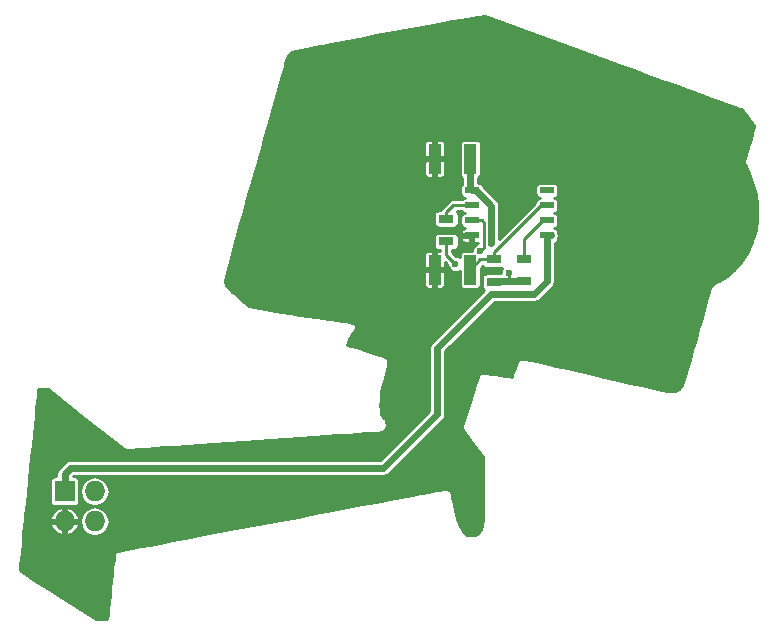
<source format=gbr>
G04 #@! TF.FileFunction,Copper,L2,Bot,Signal*
%FSLAX46Y46*%
G04 Gerber Fmt 4.6, Leading zero omitted, Abs format (unit mm)*
G04 Created by KiCad (PCBNEW 4.0.2+dfsg1-stable) date Wed 11 Jul 2018 10:01:05 PM CDT*
%MOMM*%
G01*
G04 APERTURE LIST*
%ADD10C,0.100000*%
%ADD11R,1.000000X2.500000*%
%ADD12R,1.300000X0.700000*%
%ADD13R,1.143000X0.508000*%
%ADD14R,1.727200X1.727200*%
%ADD15O,1.727200X1.727200*%
%ADD16C,0.600000*%
%ADD17C,0.609600*%
%ADD18C,0.250000*%
%ADD19C,0.254000*%
G04 APERTURE END LIST*
D10*
D11*
X121134000Y-107696000D03*
X118134000Y-107696000D03*
X121158000Y-98298003D03*
X118158000Y-98298003D03*
D12*
X119126002Y-103377998D03*
X119126002Y-105277998D03*
X125730000Y-106746000D03*
X125730000Y-108646000D03*
X123190000Y-108712000D03*
X123190000Y-106812000D03*
D13*
X127635000Y-104775000D03*
X127635000Y-103505000D03*
X127635000Y-102235000D03*
X127635000Y-100965000D03*
X121285000Y-100965000D03*
X121285000Y-102235000D03*
X121285000Y-103505000D03*
X121285000Y-104775000D03*
D14*
X86804500Y-126428500D03*
D15*
X89344500Y-126428500D03*
X86804500Y-128968500D03*
X89344500Y-128968500D03*
D16*
X122936000Y-105410000D03*
X124439770Y-109728000D03*
X119888000Y-107188000D03*
X124417180Y-107950000D03*
X121995048Y-106100101D03*
D17*
X122936000Y-102298500D02*
X122936000Y-105410000D01*
X121285000Y-100965000D02*
X121602500Y-100965000D01*
X121602500Y-100965000D02*
X122936000Y-102298500D01*
X121158000Y-98298003D02*
X121158000Y-100838000D01*
X121158000Y-100838000D02*
X121285000Y-100965000D01*
X127635000Y-104775000D02*
X127635000Y-108649642D01*
X127635000Y-108649642D02*
X126556642Y-109728000D01*
X126556642Y-109728000D02*
X124864034Y-109728000D01*
X124864034Y-109728000D02*
X124439770Y-109728000D01*
X127635000Y-104775000D02*
X127952500Y-104775000D01*
X86804500Y-126428500D02*
X86804500Y-124955300D01*
X86804500Y-124955300D02*
X87299800Y-124460000D01*
X87299800Y-124460000D02*
X113792000Y-124460000D01*
X118364000Y-114300000D02*
X122936000Y-109728000D01*
X113792000Y-124460000D02*
X118364000Y-119888000D01*
X118364000Y-119888000D02*
X118364000Y-114300000D01*
X122936000Y-109728000D02*
X124439770Y-109728000D01*
D18*
X123190000Y-106812000D02*
X122018000Y-106812000D01*
X122018000Y-106812000D02*
X121134000Y-107696000D01*
X123190000Y-106812000D02*
X123190000Y-106212000D01*
X123190000Y-106212000D02*
X127167000Y-102235000D01*
X127167000Y-102235000D02*
X127635000Y-102235000D01*
X119126002Y-105277998D02*
X119126002Y-106426002D01*
X119126002Y-106426002D02*
X119888000Y-107188000D01*
X119126002Y-103377998D02*
X119126002Y-102777998D01*
X119126002Y-102777998D02*
X119669000Y-102235000D01*
X119669000Y-102235000D02*
X120463500Y-102235000D01*
X120463500Y-102235000D02*
X121285000Y-102235000D01*
X125730000Y-106746000D02*
X125730000Y-105092500D01*
X125730000Y-105092500D02*
X127317500Y-103505000D01*
X127317500Y-103505000D02*
X127635000Y-103505000D01*
X124417180Y-108374264D02*
X124417180Y-107950000D01*
X124417180Y-108603180D02*
X124417180Y-108374264D01*
X124460000Y-108646000D02*
X124417180Y-108603180D01*
X121995048Y-106100101D02*
X122295047Y-105800102D01*
X122295047Y-105800102D02*
X122295047Y-103693547D01*
X122295047Y-103693547D02*
X122106500Y-103505000D01*
X122106500Y-103505000D02*
X121285000Y-103505000D01*
D17*
X124460000Y-108646000D02*
X123256000Y-108646000D01*
X125730000Y-108646000D02*
X124460000Y-108646000D01*
X123256000Y-108646000D02*
X123190000Y-108712000D01*
D19*
G36*
X133091257Y-90103371D02*
X133091259Y-90103372D01*
X133710053Y-90328056D01*
X134990817Y-90793194D01*
X134990820Y-90793196D01*
X136225603Y-91241759D01*
X137405005Y-91670326D01*
X137405006Y-91670326D01*
X138519523Y-92075438D01*
X138519527Y-92075439D01*
X139559756Y-92453676D01*
X139559761Y-92453677D01*
X140516214Y-92801584D01*
X140516217Y-92801586D01*
X141379629Y-93115795D01*
X141379632Y-93115795D01*
X142140303Y-93392775D01*
X142140304Y-93392775D01*
X142788990Y-93629161D01*
X142788992Y-93629162D01*
X143316367Y-93821562D01*
X143316369Y-93821562D01*
X143712626Y-93966407D01*
X143967362Y-94059908D01*
X144035434Y-94085298D01*
X144057632Y-94099321D01*
X144206227Y-94239739D01*
X144416485Y-94478640D01*
X144647985Y-94771068D01*
X144869081Y-95076170D01*
X145049881Y-95352965D01*
X145153640Y-95543215D01*
X145159128Y-95562371D01*
X145101551Y-95795378D01*
X145009764Y-96143907D01*
X144893143Y-96571807D01*
X144759824Y-97048232D01*
X144352757Y-98484906D01*
X144347767Y-98547347D01*
X144338614Y-98609306D01*
X144341800Y-98621994D01*
X144340758Y-98635037D01*
X144360042Y-98694632D01*
X144375297Y-98755380D01*
X144738984Y-99523130D01*
X145039767Y-100249525D01*
X145326719Y-101266377D01*
X145469833Y-102291086D01*
X145469466Y-103306058D01*
X145325494Y-104290421D01*
X145033800Y-105238222D01*
X144989158Y-105348482D01*
X144549268Y-106278345D01*
X144062410Y-107047338D01*
X143516165Y-107679529D01*
X142897533Y-108194269D01*
X142174213Y-108618319D01*
X141927780Y-108745111D01*
X141909523Y-108759621D01*
X141888030Y-108768673D01*
X141696894Y-108898030D01*
X141655881Y-108939532D01*
X141611324Y-108977198D01*
X141502440Y-109113886D01*
X141474390Y-109168253D01*
X141442371Y-109220368D01*
X141375035Y-109402239D01*
X141372400Y-109418755D01*
X141364894Y-109433705D01*
X141335124Y-109541726D01*
X141335114Y-109541861D01*
X141335055Y-109541979D01*
X141261898Y-109808138D01*
X141261895Y-109808184D01*
X141261873Y-109808227D01*
X141152904Y-110205045D01*
X141152902Y-110205067D01*
X141152892Y-110205088D01*
X141013039Y-110714606D01*
X141013038Y-110714622D01*
X141013032Y-110714634D01*
X140847223Y-111318892D01*
X140847222Y-111318904D01*
X140847217Y-111318914D01*
X140660381Y-111999953D01*
X140660380Y-111999962D01*
X140660376Y-111999971D01*
X140457440Y-112739834D01*
X140457439Y-112739842D01*
X140457435Y-112739851D01*
X140243342Y-113520537D01*
X140227299Y-113579011D01*
X139968296Y-114513285D01*
X139732933Y-115343784D01*
X139524281Y-116060373D01*
X139345622Y-116652250D01*
X139200728Y-117107230D01*
X139095816Y-117406947D01*
X139043928Y-117524501D01*
X139027397Y-117548303D01*
X138784496Y-117770370D01*
X138477202Y-117917103D01*
X138129132Y-117973769D01*
X138060851Y-117968591D01*
X137826847Y-117933346D01*
X137465186Y-117866644D01*
X136977047Y-117767918D01*
X136359562Y-117636353D01*
X135608434Y-117470956D01*
X134718584Y-117270590D01*
X133684883Y-117034115D01*
X132502673Y-116760506D01*
X131166434Y-116448543D01*
X129670645Y-116097002D01*
X129670644Y-116097002D01*
X129401948Y-116033792D01*
X129401499Y-116033776D01*
X129401087Y-116033590D01*
X128378574Y-115795521D01*
X128377615Y-115795490D01*
X128376738Y-115795098D01*
X127515223Y-115598944D01*
X127513812Y-115598905D01*
X127512520Y-115598339D01*
X126809660Y-115443606D01*
X126807418Y-115443560D01*
X126805355Y-115442684D01*
X126258802Y-115328881D01*
X126254769Y-115328845D01*
X126251026Y-115327345D01*
X125858432Y-115253977D01*
X125849240Y-115254084D01*
X125840554Y-115251068D01*
X125599576Y-115217645D01*
X125560268Y-115219949D01*
X125521229Y-115214816D01*
X125429519Y-115220844D01*
X125383276Y-115233244D01*
X125335740Y-115238846D01*
X125311205Y-115252570D01*
X125284048Y-115259852D01*
X125246074Y-115289001D01*
X125204297Y-115312370D01*
X125186881Y-115334440D01*
X125164579Y-115351559D01*
X125140651Y-115393021D01*
X125110996Y-115430600D01*
X125091664Y-115468493D01*
X125086066Y-115488303D01*
X125075087Y-115505719D01*
X125006166Y-115685478D01*
X125004861Y-115693094D01*
X125001002Y-115699785D01*
X124905966Y-115980244D01*
X124905400Y-115984558D01*
X124903310Y-115988376D01*
X124796693Y-116327564D01*
X124796601Y-116328412D01*
X124796194Y-116329163D01*
X124723946Y-116562546D01*
X124664251Y-116734049D01*
X124502090Y-116701930D01*
X124496446Y-116701935D01*
X124491168Y-116699929D01*
X124118459Y-116637189D01*
X124114987Y-116637292D01*
X124111720Y-116636116D01*
X123697995Y-116573971D01*
X123695224Y-116574102D01*
X123692602Y-116573200D01*
X123272541Y-116516153D01*
X123269705Y-116516327D01*
X123267006Y-116515442D01*
X122875288Y-116468001D01*
X122871477Y-116468291D01*
X122867824Y-116467171D01*
X122539130Y-116433838D01*
X122531825Y-116434536D01*
X122524731Y-116432649D01*
X122293743Y-116417930D01*
X122265123Y-116421751D01*
X122236431Y-116418542D01*
X122137828Y-116426942D01*
X122086940Y-116441649D01*
X122034678Y-116450269D01*
X122015187Y-116462385D01*
X121993139Y-116468757D01*
X121951753Y-116501818D01*
X121906768Y-116529782D01*
X121893397Y-116548435D01*
X121875466Y-116562759D01*
X121849883Y-116609140D01*
X121819023Y-116652191D01*
X121786005Y-116725032D01*
X121782332Y-116740776D01*
X121774032Y-116754649D01*
X121696507Y-116971879D01*
X121695878Y-116976140D01*
X121693750Y-116979882D01*
X121581425Y-117317860D01*
X121581164Y-117319944D01*
X121580144Y-117321783D01*
X121440327Y-117758008D01*
X121440165Y-117759427D01*
X121439480Y-117760683D01*
X121279479Y-118272659D01*
X121279352Y-118273848D01*
X121278786Y-118274901D01*
X121105908Y-118840127D01*
X121105851Y-118840694D01*
X121105583Y-118841196D01*
X120478797Y-120911889D01*
X120476345Y-120936941D01*
X120467456Y-120960493D01*
X120469071Y-121011249D01*
X120464125Y-121061783D01*
X120471446Y-121085866D01*
X120472247Y-121111026D01*
X120493162Y-121157299D01*
X120507931Y-121205881D01*
X120523910Y-121225328D01*
X120534279Y-121248268D01*
X121398355Y-122456410D01*
X122192325Y-123566530D01*
X122231165Y-126051477D01*
X122239913Y-126686980D01*
X122245070Y-127422484D01*
X122241072Y-128019756D01*
X122226660Y-128497656D01*
X122200948Y-128873927D01*
X122163665Y-129167035D01*
X122114944Y-129397913D01*
X122053568Y-129592148D01*
X121974864Y-129778121D01*
X121925890Y-129875476D01*
X121835735Y-130002915D01*
X121759638Y-130054143D01*
X121580366Y-130099665D01*
X121217465Y-130130254D01*
X121142007Y-130133778D01*
X120901863Y-130137447D01*
X120819487Y-130124492D01*
X120776425Y-130100854D01*
X120672529Y-130007203D01*
X120497712Y-129794318D01*
X120262839Y-129363362D01*
X120040286Y-128771674D01*
X119841064Y-128032926D01*
X119672067Y-127157291D01*
X119645226Y-126994630D01*
X119643165Y-126989154D01*
X119643183Y-126983307D01*
X119591495Y-126719316D01*
X119580596Y-126692778D01*
X119576460Y-126664389D01*
X119526111Y-126522513D01*
X119510391Y-126496130D01*
X119501231Y-126466817D01*
X119472204Y-126432043D01*
X119449018Y-126393131D01*
X119424398Y-126374772D01*
X119404717Y-126351195D01*
X119341188Y-126299939D01*
X119277912Y-126266793D01*
X119215330Y-126232360D01*
X119211335Y-126231918D01*
X119207774Y-126230052D01*
X119136634Y-126223644D01*
X119065635Y-126215781D01*
X118974404Y-126223651D01*
X118953447Y-126229732D01*
X118931629Y-126229769D01*
X118849725Y-126246206D01*
X118608305Y-126292874D01*
X118216249Y-126367969D01*
X117683270Y-126469644D01*
X117017849Y-126596291D01*
X117017848Y-126596291D01*
X116229427Y-126746119D01*
X115326460Y-126917524D01*
X115326459Y-126917524D01*
X114318075Y-127108777D01*
X113212867Y-127318244D01*
X113212863Y-127318245D01*
X112019863Y-127544218D01*
X110747765Y-127785044D01*
X109405433Y-128039044D01*
X108001675Y-128304547D01*
X108001672Y-128304548D01*
X106545406Y-128579863D01*
X105045328Y-128863340D01*
X105045318Y-128863344D01*
X103676988Y-129121994D01*
X103676955Y-129122007D01*
X102220464Y-129397598D01*
X102220428Y-129397612D01*
X100817201Y-129663413D01*
X100817163Y-129663428D01*
X99475903Y-129917781D01*
X99475862Y-129917797D01*
X98205269Y-130159041D01*
X98205223Y-130159059D01*
X97014002Y-130385534D01*
X97013951Y-130385554D01*
X95910800Y-130595599D01*
X95910739Y-130595623D01*
X94904357Y-130787578D01*
X94904284Y-130787608D01*
X94904207Y-130787607D01*
X94003371Y-130959812D01*
X94003278Y-130959850D01*
X94003177Y-130959849D01*
X93216526Y-131110644D01*
X93216396Y-131110697D01*
X93216257Y-131110696D01*
X92552494Y-131238422D01*
X92552300Y-131238501D01*
X92552090Y-131238500D01*
X92019917Y-131341494D01*
X92019576Y-131341633D01*
X92019208Y-131341632D01*
X91627329Y-131418236D01*
X91626554Y-131418554D01*
X91625716Y-131418555D01*
X91382834Y-131467108D01*
X91379139Y-131468643D01*
X91375139Y-131468728D01*
X91289955Y-131487569D01*
X91285049Y-131489725D01*
X91280044Y-131489963D01*
X91236676Y-131510392D01*
X91190162Y-131524680D01*
X91172751Y-131539072D01*
X91152071Y-131548159D01*
X91148427Y-131551961D01*
X91143794Y-131554144D01*
X91111366Y-131589811D01*
X91074075Y-131620635D01*
X91074009Y-131620715D01*
X91063444Y-131640649D01*
X91047869Y-131656903D01*
X91045997Y-131661709D01*
X91042477Y-131665581D01*
X91026119Y-131711074D01*
X91003480Y-131753790D01*
X91001334Y-131776396D01*
X90993214Y-131797245D01*
X90993322Y-131802288D01*
X90991517Y-131807307D01*
X90978455Y-131894427D01*
X90978732Y-131900251D01*
X90976922Y-131905797D01*
X90949201Y-132137451D01*
X90949299Y-132138718D01*
X90948914Y-132139924D01*
X90909026Y-132492515D01*
X90909074Y-132493088D01*
X90908900Y-132493639D01*
X90859335Y-132943567D01*
X90859365Y-132943914D01*
X90859261Y-132944246D01*
X90802510Y-133467911D01*
X90802532Y-133468158D01*
X90802457Y-133468398D01*
X90741010Y-134042202D01*
X90741028Y-134042408D01*
X90740967Y-134042605D01*
X90677315Y-134642948D01*
X90677333Y-134643142D01*
X90677276Y-134643324D01*
X90613910Y-135246608D01*
X90613929Y-135246810D01*
X90613869Y-135247003D01*
X90553278Y-135829628D01*
X90553300Y-135829866D01*
X90553229Y-135830097D01*
X90497905Y-136368465D01*
X90497935Y-136368787D01*
X90497840Y-136369099D01*
X90450274Y-136839608D01*
X90450323Y-136840121D01*
X90450174Y-136840613D01*
X90412855Y-137219668D01*
X90412957Y-137220704D01*
X90412660Y-137221702D01*
X90407398Y-137278218D01*
X90378505Y-137278910D01*
X90063511Y-137280618D01*
X89478307Y-137279463D01*
X86211612Y-135203096D01*
X86211610Y-135203094D01*
X85745441Y-134906567D01*
X85036294Y-134454043D01*
X84453050Y-134079122D01*
X83984015Y-133773617D01*
X83617989Y-133529699D01*
X83344756Y-133340320D01*
X83155184Y-133199633D01*
X83042547Y-133105193D01*
X83031645Y-133093724D01*
X83041266Y-132980686D01*
X83072291Y-132648321D01*
X83117209Y-132182349D01*
X83174336Y-131599475D01*
X83242216Y-130913997D01*
X83319320Y-130140931D01*
X83319321Y-130140928D01*
X83404211Y-129294394D01*
X83404211Y-129294393D01*
X83404893Y-129287618D01*
X85601507Y-129287618D01*
X85728195Y-129593501D01*
X86049301Y-129957810D01*
X86485380Y-130171505D01*
X86677500Y-130111365D01*
X86677500Y-129095500D01*
X86931500Y-129095500D01*
X86931500Y-130111365D01*
X87123620Y-130171505D01*
X87559699Y-129957810D01*
X87880805Y-129593501D01*
X88007493Y-129287618D01*
X87946812Y-129095500D01*
X86931500Y-129095500D01*
X86677500Y-129095500D01*
X85662188Y-129095500D01*
X85601507Y-129287618D01*
X83404893Y-129287618D01*
X83437034Y-128968500D01*
X88075517Y-128968500D01*
X88170257Y-129444788D01*
X88440052Y-129848565D01*
X88843829Y-130118360D01*
X89320117Y-130213100D01*
X89368883Y-130213100D01*
X89845171Y-130118360D01*
X90248948Y-129848565D01*
X90518743Y-129444788D01*
X90613483Y-128968500D01*
X90518743Y-128492212D01*
X90248948Y-128088435D01*
X89845171Y-127818640D01*
X89368883Y-127723900D01*
X89320117Y-127723900D01*
X88843829Y-127818640D01*
X88440052Y-128088435D01*
X88170257Y-128492212D01*
X88075517Y-128968500D01*
X83437034Y-128968500D01*
X83469175Y-128649382D01*
X85601507Y-128649382D01*
X85662188Y-128841500D01*
X86677500Y-128841500D01*
X86677500Y-127825635D01*
X86931500Y-127825635D01*
X86931500Y-128841500D01*
X87946812Y-128841500D01*
X88007493Y-128649382D01*
X87880805Y-128343499D01*
X87559699Y-127979190D01*
X87123620Y-127765495D01*
X86931500Y-127825635D01*
X86677500Y-127825635D01*
X86485380Y-127765495D01*
X86049301Y-127979190D01*
X85728195Y-128343499D01*
X85601507Y-128649382D01*
X83469175Y-128649382D01*
X83495326Y-128389738D01*
X83591189Y-127441461D01*
X83690302Y-126464270D01*
X83781805Y-125564900D01*
X85552436Y-125564900D01*
X85552436Y-127292100D01*
X85579003Y-127433290D01*
X85662446Y-127562965D01*
X85789766Y-127649959D01*
X85940900Y-127680564D01*
X87668100Y-127680564D01*
X87809290Y-127653997D01*
X87938965Y-127570554D01*
X88025959Y-127443234D01*
X88056564Y-127292100D01*
X88056564Y-126428500D01*
X88075517Y-126428500D01*
X88170257Y-126904788D01*
X88440052Y-127308565D01*
X88843829Y-127578360D01*
X89320117Y-127673100D01*
X89368883Y-127673100D01*
X89845171Y-127578360D01*
X90248948Y-127308565D01*
X90518743Y-126904788D01*
X90613483Y-126428500D01*
X90518743Y-125952212D01*
X90248948Y-125548435D01*
X89845171Y-125278640D01*
X89368883Y-125183900D01*
X89320117Y-125183900D01*
X88843829Y-125278640D01*
X88440052Y-125548435D01*
X88170257Y-125952212D01*
X88075517Y-126428500D01*
X88056564Y-126428500D01*
X88056564Y-125564900D01*
X88029997Y-125423710D01*
X87946554Y-125294035D01*
X87819234Y-125207041D01*
X87668100Y-125176436D01*
X87553232Y-125176436D01*
X87583868Y-125145800D01*
X113792000Y-125145800D01*
X114054445Y-125093597D01*
X114276934Y-124944934D01*
X118848934Y-120372934D01*
X118891296Y-120309535D01*
X118997597Y-120150444D01*
X119049800Y-119888000D01*
X119049800Y-114584068D01*
X123220068Y-110413800D01*
X126556642Y-110413800D01*
X126819087Y-110361597D01*
X127041576Y-110212934D01*
X128119931Y-109134578D01*
X128119934Y-109134576D01*
X128268597Y-108912086D01*
X128278658Y-108861508D01*
X128320801Y-108649642D01*
X128320800Y-108649637D01*
X128320800Y-105395957D01*
X128347690Y-105390897D01*
X128477365Y-105307454D01*
X128564359Y-105180134D01*
X128594964Y-105029000D01*
X128594964Y-104992866D01*
X128638300Y-104775000D01*
X128594964Y-104557134D01*
X128594964Y-104521000D01*
X128568397Y-104379810D01*
X128484954Y-104250135D01*
X128357634Y-104163141D01*
X128244712Y-104140274D01*
X128347690Y-104120897D01*
X128477365Y-104037454D01*
X128564359Y-103910134D01*
X128594964Y-103759000D01*
X128594964Y-103251000D01*
X128568397Y-103109810D01*
X128484954Y-102980135D01*
X128357634Y-102893141D01*
X128244712Y-102870274D01*
X128347690Y-102850897D01*
X128477365Y-102767454D01*
X128564359Y-102640134D01*
X128594964Y-102489000D01*
X128594964Y-101981000D01*
X128568397Y-101839810D01*
X128484954Y-101710135D01*
X128357634Y-101623141D01*
X128244712Y-101600274D01*
X128347690Y-101580897D01*
X128477365Y-101497454D01*
X128564359Y-101370134D01*
X128594964Y-101219000D01*
X128594964Y-100711000D01*
X128568397Y-100569810D01*
X128484954Y-100440135D01*
X128357634Y-100353141D01*
X128206500Y-100322536D01*
X127063500Y-100322536D01*
X126922310Y-100349103D01*
X126792635Y-100432546D01*
X126705641Y-100559866D01*
X126675036Y-100711000D01*
X126675036Y-101219000D01*
X126701603Y-101360190D01*
X126785046Y-101489865D01*
X126912366Y-101576859D01*
X127025288Y-101599726D01*
X126922310Y-101619103D01*
X126792635Y-101702546D01*
X126705641Y-101829866D01*
X126675036Y-101981000D01*
X126675036Y-102011372D01*
X123621800Y-105064608D01*
X123621800Y-102298500D01*
X123570653Y-102041363D01*
X123569597Y-102036055D01*
X123420934Y-101813566D01*
X122227951Y-100620583D01*
X122218397Y-100569810D01*
X122134954Y-100440135D01*
X122007634Y-100353141D01*
X121856500Y-100322536D01*
X121843800Y-100322536D01*
X121843800Y-99881194D01*
X121928865Y-99826457D01*
X122015859Y-99699137D01*
X122046464Y-99548003D01*
X122046464Y-97048003D01*
X122019897Y-96906813D01*
X121936454Y-96777138D01*
X121809134Y-96690144D01*
X121658000Y-96659539D01*
X120658000Y-96659539D01*
X120516810Y-96686106D01*
X120387135Y-96769549D01*
X120300141Y-96896869D01*
X120269536Y-97048003D01*
X120269536Y-99548003D01*
X120296103Y-99689193D01*
X120379546Y-99818868D01*
X120472200Y-99882176D01*
X120472200Y-100413522D01*
X120442635Y-100432546D01*
X120355641Y-100559866D01*
X120325036Y-100711000D01*
X120325036Y-101219000D01*
X120351603Y-101360190D01*
X120435046Y-101489865D01*
X120562366Y-101576859D01*
X120675288Y-101599726D01*
X120572310Y-101619103D01*
X120442635Y-101702546D01*
X120424560Y-101729000D01*
X119669000Y-101729000D01*
X119475362Y-101767517D01*
X119311204Y-101877204D01*
X118768206Y-102420202D01*
X118658519Y-102584360D01*
X118647544Y-102639534D01*
X118476002Y-102639534D01*
X118334812Y-102666101D01*
X118205137Y-102749544D01*
X118118143Y-102876864D01*
X118087538Y-103027998D01*
X118087538Y-103727998D01*
X118114105Y-103869188D01*
X118197548Y-103998863D01*
X118324868Y-104085857D01*
X118476002Y-104116462D01*
X119776002Y-104116462D01*
X119917192Y-104089895D01*
X120046867Y-104006452D01*
X120133861Y-103879132D01*
X120164466Y-103727998D01*
X120164466Y-103027998D01*
X120137899Y-102886808D01*
X120054456Y-102757133D01*
X120030845Y-102741000D01*
X120422907Y-102741000D01*
X120435046Y-102759865D01*
X120562366Y-102846859D01*
X120675288Y-102869726D01*
X120572310Y-102889103D01*
X120442635Y-102972546D01*
X120355641Y-103099866D01*
X120325036Y-103251000D01*
X120325036Y-103759000D01*
X120351603Y-103900190D01*
X120435046Y-104029865D01*
X120562366Y-104116859D01*
X120676641Y-104140000D01*
X120637715Y-104140000D01*
X120497681Y-104198004D01*
X120390504Y-104305180D01*
X120332500Y-104445214D01*
X120332500Y-104552750D01*
X120427750Y-104648000D01*
X121158000Y-104648000D01*
X121158000Y-104628000D01*
X121412000Y-104628000D01*
X121412000Y-104648000D01*
X121432000Y-104648000D01*
X121432000Y-104902000D01*
X121412000Y-104902000D01*
X121412000Y-105314750D01*
X121507250Y-105410000D01*
X121789047Y-105410000D01*
X121789047Y-105448376D01*
X121609796Y-105522440D01*
X121418061Y-105713842D01*
X121314166Y-105964047D01*
X121314085Y-106057536D01*
X120634000Y-106057536D01*
X120492810Y-106084103D01*
X120363135Y-106167546D01*
X120276141Y-106294866D01*
X120245536Y-106446000D01*
X120245536Y-106599086D01*
X120024054Y-106507118D01*
X119922622Y-106507030D01*
X119632002Y-106216410D01*
X119632002Y-106016462D01*
X119776002Y-106016462D01*
X119917192Y-105989895D01*
X120046867Y-105906452D01*
X120133861Y-105779132D01*
X120164466Y-105627998D01*
X120164466Y-104997250D01*
X120332500Y-104997250D01*
X120332500Y-105104786D01*
X120390504Y-105244820D01*
X120497681Y-105351996D01*
X120637715Y-105410000D01*
X121062750Y-105410000D01*
X121158000Y-105314750D01*
X121158000Y-104902000D01*
X120427750Y-104902000D01*
X120332500Y-104997250D01*
X120164466Y-104997250D01*
X120164466Y-104927998D01*
X120137899Y-104786808D01*
X120054456Y-104657133D01*
X119927136Y-104570139D01*
X119776002Y-104539534D01*
X118476002Y-104539534D01*
X118334812Y-104566101D01*
X118205137Y-104649544D01*
X118118143Y-104776864D01*
X118087538Y-104927998D01*
X118087538Y-105627998D01*
X118114105Y-105769188D01*
X118197548Y-105898863D01*
X118324868Y-105985857D01*
X118476002Y-106016462D01*
X118620002Y-106016462D01*
X118620002Y-106065000D01*
X118356250Y-106065000D01*
X118261000Y-106160250D01*
X118261000Y-107569000D01*
X118919750Y-107569000D01*
X119015000Y-107473750D01*
X119015000Y-107030592D01*
X119206969Y-107222561D01*
X119206882Y-107322865D01*
X119310339Y-107573252D01*
X119501741Y-107764987D01*
X119751946Y-107868882D01*
X120022865Y-107869118D01*
X120245536Y-107777113D01*
X120245536Y-108946000D01*
X120272103Y-109087190D01*
X120355546Y-109216865D01*
X120482866Y-109303859D01*
X120634000Y-109334464D01*
X121634000Y-109334464D01*
X121775190Y-109307897D01*
X121904865Y-109224454D01*
X121991859Y-109097134D01*
X122022464Y-108946000D01*
X122022464Y-107523128D01*
X122203278Y-107342314D01*
X122261546Y-107432865D01*
X122388866Y-107519859D01*
X122540000Y-107550464D01*
X123840000Y-107550464D01*
X123856627Y-107547335D01*
X123840193Y-107563741D01*
X123736298Y-107813946D01*
X123736171Y-107960200D01*
X123256000Y-107960200D01*
X123188955Y-107973536D01*
X122540000Y-107973536D01*
X122398810Y-108000103D01*
X122269135Y-108083546D01*
X122182141Y-108210866D01*
X122151536Y-108362000D01*
X122151536Y-109062000D01*
X122178103Y-109203190D01*
X122261546Y-109332865D01*
X122320788Y-109373344D01*
X117879066Y-113815066D01*
X117730403Y-114037555D01*
X117700090Y-114189949D01*
X117678200Y-114300000D01*
X117678200Y-119603932D01*
X113507932Y-123774200D01*
X87299800Y-123774200D01*
X87037355Y-123826403D01*
X86814866Y-123975066D01*
X86319566Y-124470366D01*
X86170903Y-124692855D01*
X86165017Y-124722445D01*
X86118700Y-124955300D01*
X86118700Y-125176436D01*
X85940900Y-125176436D01*
X85799710Y-125203003D01*
X85670035Y-125286446D01*
X85583041Y-125413766D01*
X85552436Y-125564900D01*
X83781805Y-125564900D01*
X83791169Y-125472866D01*
X83892293Y-124481953D01*
X83892293Y-124481950D01*
X83992176Y-123506230D01*
X84089323Y-122560397D01*
X84182236Y-121659159D01*
X84269416Y-120817220D01*
X84349368Y-120049295D01*
X84349368Y-120049294D01*
X84420591Y-119370104D01*
X84481538Y-118794825D01*
X84530763Y-118337653D01*
X84566613Y-118014694D01*
X84587438Y-117841650D01*
X84590577Y-117818666D01*
X85389535Y-117818666D01*
X88561109Y-120295735D01*
X91837405Y-122854594D01*
X91892674Y-122882440D01*
X91945830Y-122914128D01*
X91959536Y-122916128D01*
X91971908Y-122922361D01*
X92033623Y-122926937D01*
X92094862Y-122935872D01*
X92518196Y-122914060D01*
X92520063Y-122913588D01*
X92521971Y-122913847D01*
X92608454Y-122908541D01*
X92609359Y-122908302D01*
X92610287Y-122908424D01*
X92866132Y-122891504D01*
X92866417Y-122891427D01*
X92866708Y-122891465D01*
X93272593Y-122864013D01*
X93272719Y-122863979D01*
X93272852Y-122863996D01*
X93817941Y-122826762D01*
X93818017Y-122826741D01*
X93818092Y-122826751D01*
X94491550Y-122780484D01*
X94491600Y-122780470D01*
X94491651Y-122780477D01*
X95282642Y-122725928D01*
X95282679Y-122725918D01*
X95282717Y-122725923D01*
X96180403Y-122663840D01*
X96180432Y-122663832D01*
X96180463Y-122663836D01*
X97174012Y-122594970D01*
X97174035Y-122594964D01*
X97174062Y-122594967D01*
X98252635Y-122520067D01*
X98252657Y-122520061D01*
X98252679Y-122520064D01*
X99405441Y-122439879D01*
X99405461Y-122439873D01*
X99405481Y-122439876D01*
X100621597Y-122355157D01*
X100621617Y-122355152D01*
X100621635Y-122355154D01*
X101890267Y-122266650D01*
X101890287Y-122266645D01*
X101890305Y-122266647D01*
X103200619Y-122175107D01*
X104223360Y-122103657D01*
X105492473Y-122015135D01*
X105492476Y-122015135D01*
X106707695Y-121930525D01*
X106707698Y-121930524D01*
X107858405Y-121850559D01*
X107858406Y-121850559D01*
X108934309Y-121775949D01*
X108934312Y-121775949D01*
X109924977Y-121707413D01*
X109924978Y-121707413D01*
X110819813Y-121645681D01*
X110819816Y-121645680D01*
X111608294Y-121591480D01*
X111608296Y-121591480D01*
X112280153Y-121545518D01*
X112280154Y-121545518D01*
X112825089Y-121508505D01*
X112825091Y-121508504D01*
X113231441Y-121481243D01*
X113231442Y-121481243D01*
X113489415Y-121464406D01*
X113588714Y-121458696D01*
X113591711Y-121457919D01*
X113594783Y-121458299D01*
X113611011Y-121457109D01*
X113657984Y-121444131D01*
X113706307Y-121437843D01*
X113729922Y-121424256D01*
X113756182Y-121417001D01*
X113794610Y-121387038D01*
X113836852Y-121362734D01*
X113931912Y-121279620D01*
X113964686Y-121237040D01*
X114002083Y-121198461D01*
X114010250Y-121177843D01*
X114023776Y-121160270D01*
X114037759Y-121108394D01*
X114057548Y-121058436D01*
X114088474Y-120889248D01*
X114087409Y-120820826D01*
X114088831Y-120752416D01*
X114054758Y-120560351D01*
X114053748Y-120557761D01*
X114053766Y-120554984D01*
X114026425Y-120487719D01*
X114000024Y-120420039D01*
X113998101Y-120418034D01*
X113997054Y-120415459D01*
X113897113Y-120263716D01*
X113875191Y-120241502D01*
X113858966Y-120214849D01*
X113715247Y-120058456D01*
X113627669Y-119870847D01*
X113569892Y-119560028D01*
X113551850Y-119080309D01*
X113557545Y-118798384D01*
X113582082Y-118425807D01*
X113631335Y-118053215D01*
X113713270Y-117633996D01*
X113836184Y-117126172D01*
X114008106Y-116488858D01*
X114008138Y-116488383D01*
X114008348Y-116487956D01*
X114096247Y-116158953D01*
X114096555Y-116154203D01*
X114098553Y-116149882D01*
X114174712Y-115834328D01*
X114175037Y-115826291D01*
X114178111Y-115818859D01*
X114222113Y-115596993D01*
X114222096Y-115567722D01*
X114229096Y-115539297D01*
X114233325Y-115445558D01*
X114222952Y-115377508D01*
X114214913Y-115309153D01*
X114211640Y-115303298D01*
X114210629Y-115296668D01*
X114175008Y-115237774D01*
X114141419Y-115177692D01*
X114136155Y-115173536D01*
X114132684Y-115167797D01*
X114095471Y-115140428D01*
X114091451Y-115134939D01*
X114073308Y-115123915D01*
X114023212Y-115084362D01*
X114006004Y-115075579D01*
X113983091Y-115069098D01*
X113962738Y-115056732D01*
X113815953Y-115003210D01*
X113810624Y-115002387D01*
X113805944Y-114999716D01*
X113530617Y-114907809D01*
X113528629Y-114907557D01*
X113526878Y-114906582D01*
X113147091Y-114784094D01*
X113145878Y-114783953D01*
X113144805Y-114783364D01*
X112684636Y-114638103D01*
X112683669Y-114637997D01*
X112682814Y-114637533D01*
X112166345Y-114477305D01*
X112166062Y-114477275D01*
X112165810Y-114477139D01*
X111959592Y-114413491D01*
X111463623Y-114258710D01*
X111034711Y-114122479D01*
X110696964Y-114012616D01*
X110694122Y-114011650D01*
X110779274Y-113783750D01*
X110902208Y-113505463D01*
X111029503Y-113259544D01*
X111142784Y-113085768D01*
X111394994Y-112767326D01*
X111400606Y-112756372D01*
X111409463Y-112747827D01*
X111434769Y-112689697D01*
X111463673Y-112633286D01*
X111464666Y-112621022D01*
X111469580Y-112609735D01*
X111470714Y-112546347D01*
X111475830Y-112483169D01*
X111472053Y-112471454D01*
X111472273Y-112459149D01*
X111449064Y-112400155D01*
X111429613Y-112339826D01*
X111421642Y-112330450D01*
X111417136Y-112318996D01*
X111373119Y-112273375D01*
X111332060Y-112225080D01*
X111321106Y-112219468D01*
X111312561Y-112210611D01*
X111254436Y-112185307D01*
X111198020Y-112156401D01*
X111185754Y-112155408D01*
X111174469Y-112150495D01*
X110979100Y-112107987D01*
X110971140Y-112107845D01*
X110963718Y-112104966D01*
X110882587Y-112090736D01*
X110877257Y-112090857D01*
X110872233Y-112089064D01*
X110631316Y-112053526D01*
X110629272Y-112053628D01*
X110627340Y-112052961D01*
X110273170Y-112004476D01*
X110272051Y-112004544D01*
X110270990Y-112004184D01*
X109836555Y-111947230D01*
X109835669Y-111947289D01*
X109834829Y-111947008D01*
X109353717Y-111886140D01*
X109208774Y-111867532D01*
X108719424Y-111799624D01*
X108109580Y-111709536D01*
X107413061Y-111602504D01*
X106665189Y-111483998D01*
X105900207Y-111359334D01*
X105151463Y-111233681D01*
X102436396Y-110770585D01*
X101486025Y-109959357D01*
X101372183Y-109861321D01*
X100997344Y-109525016D01*
X100696941Y-109234595D01*
X100499538Y-109020734D01*
X100436478Y-108930544D01*
X100406870Y-108817282D01*
X100402580Y-108629474D01*
X100437666Y-108305448D01*
X100453595Y-108226587D01*
X100518118Y-107962587D01*
X100529656Y-107918250D01*
X117253000Y-107918250D01*
X117253000Y-109021785D01*
X117311004Y-109161819D01*
X117418180Y-109268996D01*
X117558214Y-109327000D01*
X117911750Y-109327000D01*
X118007000Y-109231750D01*
X118007000Y-107823000D01*
X118261000Y-107823000D01*
X118261000Y-109231750D01*
X118356250Y-109327000D01*
X118709786Y-109327000D01*
X118849820Y-109268996D01*
X118956996Y-109161819D01*
X119015000Y-109021785D01*
X119015000Y-107918250D01*
X118919750Y-107823000D01*
X118261000Y-107823000D01*
X118007000Y-107823000D01*
X117348250Y-107823000D01*
X117253000Y-107918250D01*
X100529656Y-107918250D01*
X100625509Y-107549927D01*
X100771520Y-107004737D01*
X100944358Y-106370215D01*
X117253000Y-106370215D01*
X117253000Y-107473750D01*
X117348250Y-107569000D01*
X118007000Y-107569000D01*
X118007000Y-106160250D01*
X117911750Y-106065000D01*
X117558214Y-106065000D01*
X117418180Y-106123004D01*
X117311004Y-106230181D01*
X117253000Y-106370215D01*
X100944358Y-106370215D01*
X100952741Y-106339440D01*
X101165636Y-105566838D01*
X101406860Y-104699007D01*
X101673414Y-103746772D01*
X101673414Y-103746769D01*
X101961720Y-102723029D01*
X102268871Y-101638292D01*
X102591331Y-100505307D01*
X102925938Y-99335484D01*
X103159469Y-98520253D01*
X117277000Y-98520253D01*
X117277000Y-99623788D01*
X117335004Y-99763822D01*
X117442180Y-99870999D01*
X117582214Y-99929003D01*
X117935750Y-99929003D01*
X118031000Y-99833753D01*
X118031000Y-98425003D01*
X118285000Y-98425003D01*
X118285000Y-99833753D01*
X118380250Y-99929003D01*
X118733786Y-99929003D01*
X118873820Y-99870999D01*
X118980996Y-99763822D01*
X119039000Y-99623788D01*
X119039000Y-98520253D01*
X118943750Y-98425003D01*
X118285000Y-98425003D01*
X118031000Y-98425003D01*
X117372250Y-98425003D01*
X117277000Y-98520253D01*
X103159469Y-98520253D01*
X103168396Y-98489090D01*
X103168406Y-98488969D01*
X103168462Y-98488860D01*
X103496469Y-97341138D01*
X103496481Y-97340994D01*
X103496546Y-97340867D01*
X103601611Y-96972218D01*
X117277000Y-96972218D01*
X117277000Y-98075753D01*
X117372250Y-98171003D01*
X118031000Y-98171003D01*
X118031000Y-96762253D01*
X118285000Y-96762253D01*
X118285000Y-98171003D01*
X118943750Y-98171003D01*
X119039000Y-98075753D01*
X119039000Y-96972218D01*
X118980996Y-96832184D01*
X118873820Y-96725007D01*
X118733786Y-96667003D01*
X118380250Y-96667003D01*
X118285000Y-96762253D01*
X118031000Y-96762253D01*
X117935750Y-96667003D01*
X117582214Y-96667003D01*
X117442180Y-96725007D01*
X117335004Y-96832184D01*
X117277000Y-96972218D01*
X103601611Y-96972218D01*
X103811054Y-96237333D01*
X103811066Y-96237185D01*
X103811135Y-96237050D01*
X104108808Y-95189558D01*
X104108821Y-95189394D01*
X104108895Y-95189250D01*
X104386395Y-94209653D01*
X104386410Y-94209467D01*
X104386494Y-94209302D01*
X104640485Y-93309452D01*
X104640502Y-93309231D01*
X104640604Y-93309031D01*
X104867750Y-92500782D01*
X104867772Y-92500495D01*
X104867902Y-92500239D01*
X105064865Y-91795445D01*
X105064896Y-91795044D01*
X105065076Y-91794686D01*
X105228519Y-91205197D01*
X105228566Y-91204569D01*
X105228849Y-91204002D01*
X105355437Y-90741673D01*
X105355523Y-90740469D01*
X105356056Y-90739385D01*
X105442451Y-90416068D01*
X105442673Y-90412641D01*
X105444135Y-90409536D01*
X105487002Y-90237086D01*
X105487030Y-90236485D01*
X105487285Y-90235940D01*
X105554582Y-89961631D01*
X105686840Y-89614495D01*
X105834738Y-89413141D01*
X106040812Y-89273049D01*
X106387156Y-89151721D01*
X106523994Y-89119264D01*
X106857639Y-89047493D01*
X107328460Y-88950975D01*
X107919718Y-88832920D01*
X108616700Y-88696086D01*
X109402238Y-88543706D01*
X110262615Y-88378331D01*
X111182115Y-88202906D01*
X111182116Y-88202906D01*
X112146091Y-88020165D01*
X113139623Y-87832896D01*
X113139626Y-87832895D01*
X114146549Y-87644122D01*
X115153116Y-87456412D01*
X116143348Y-87272750D01*
X116143350Y-87272750D01*
X117103094Y-87095782D01*
X118016431Y-86928483D01*
X118868531Y-86773622D01*
X119644524Y-86633979D01*
X120328991Y-86512430D01*
X120907014Y-86411760D01*
X121362138Y-86335014D01*
X121676400Y-86285417D01*
X121830048Y-86266015D01*
X122414947Y-86227049D01*
X133091257Y-90103371D01*
X133091257Y-90103371D01*
G37*
X133091257Y-90103371D02*
X133091259Y-90103372D01*
X133710053Y-90328056D01*
X134990817Y-90793194D01*
X134990820Y-90793196D01*
X136225603Y-91241759D01*
X137405005Y-91670326D01*
X137405006Y-91670326D01*
X138519523Y-92075438D01*
X138519527Y-92075439D01*
X139559756Y-92453676D01*
X139559761Y-92453677D01*
X140516214Y-92801584D01*
X140516217Y-92801586D01*
X141379629Y-93115795D01*
X141379632Y-93115795D01*
X142140303Y-93392775D01*
X142140304Y-93392775D01*
X142788990Y-93629161D01*
X142788992Y-93629162D01*
X143316367Y-93821562D01*
X143316369Y-93821562D01*
X143712626Y-93966407D01*
X143967362Y-94059908D01*
X144035434Y-94085298D01*
X144057632Y-94099321D01*
X144206227Y-94239739D01*
X144416485Y-94478640D01*
X144647985Y-94771068D01*
X144869081Y-95076170D01*
X145049881Y-95352965D01*
X145153640Y-95543215D01*
X145159128Y-95562371D01*
X145101551Y-95795378D01*
X145009764Y-96143907D01*
X144893143Y-96571807D01*
X144759824Y-97048232D01*
X144352757Y-98484906D01*
X144347767Y-98547347D01*
X144338614Y-98609306D01*
X144341800Y-98621994D01*
X144340758Y-98635037D01*
X144360042Y-98694632D01*
X144375297Y-98755380D01*
X144738984Y-99523130D01*
X145039767Y-100249525D01*
X145326719Y-101266377D01*
X145469833Y-102291086D01*
X145469466Y-103306058D01*
X145325494Y-104290421D01*
X145033800Y-105238222D01*
X144989158Y-105348482D01*
X144549268Y-106278345D01*
X144062410Y-107047338D01*
X143516165Y-107679529D01*
X142897533Y-108194269D01*
X142174213Y-108618319D01*
X141927780Y-108745111D01*
X141909523Y-108759621D01*
X141888030Y-108768673D01*
X141696894Y-108898030D01*
X141655881Y-108939532D01*
X141611324Y-108977198D01*
X141502440Y-109113886D01*
X141474390Y-109168253D01*
X141442371Y-109220368D01*
X141375035Y-109402239D01*
X141372400Y-109418755D01*
X141364894Y-109433705D01*
X141335124Y-109541726D01*
X141335114Y-109541861D01*
X141335055Y-109541979D01*
X141261898Y-109808138D01*
X141261895Y-109808184D01*
X141261873Y-109808227D01*
X141152904Y-110205045D01*
X141152902Y-110205067D01*
X141152892Y-110205088D01*
X141013039Y-110714606D01*
X141013038Y-110714622D01*
X141013032Y-110714634D01*
X140847223Y-111318892D01*
X140847222Y-111318904D01*
X140847217Y-111318914D01*
X140660381Y-111999953D01*
X140660380Y-111999962D01*
X140660376Y-111999971D01*
X140457440Y-112739834D01*
X140457439Y-112739842D01*
X140457435Y-112739851D01*
X140243342Y-113520537D01*
X140227299Y-113579011D01*
X139968296Y-114513285D01*
X139732933Y-115343784D01*
X139524281Y-116060373D01*
X139345622Y-116652250D01*
X139200728Y-117107230D01*
X139095816Y-117406947D01*
X139043928Y-117524501D01*
X139027397Y-117548303D01*
X138784496Y-117770370D01*
X138477202Y-117917103D01*
X138129132Y-117973769D01*
X138060851Y-117968591D01*
X137826847Y-117933346D01*
X137465186Y-117866644D01*
X136977047Y-117767918D01*
X136359562Y-117636353D01*
X135608434Y-117470956D01*
X134718584Y-117270590D01*
X133684883Y-117034115D01*
X132502673Y-116760506D01*
X131166434Y-116448543D01*
X129670645Y-116097002D01*
X129670644Y-116097002D01*
X129401948Y-116033792D01*
X129401499Y-116033776D01*
X129401087Y-116033590D01*
X128378574Y-115795521D01*
X128377615Y-115795490D01*
X128376738Y-115795098D01*
X127515223Y-115598944D01*
X127513812Y-115598905D01*
X127512520Y-115598339D01*
X126809660Y-115443606D01*
X126807418Y-115443560D01*
X126805355Y-115442684D01*
X126258802Y-115328881D01*
X126254769Y-115328845D01*
X126251026Y-115327345D01*
X125858432Y-115253977D01*
X125849240Y-115254084D01*
X125840554Y-115251068D01*
X125599576Y-115217645D01*
X125560268Y-115219949D01*
X125521229Y-115214816D01*
X125429519Y-115220844D01*
X125383276Y-115233244D01*
X125335740Y-115238846D01*
X125311205Y-115252570D01*
X125284048Y-115259852D01*
X125246074Y-115289001D01*
X125204297Y-115312370D01*
X125186881Y-115334440D01*
X125164579Y-115351559D01*
X125140651Y-115393021D01*
X125110996Y-115430600D01*
X125091664Y-115468493D01*
X125086066Y-115488303D01*
X125075087Y-115505719D01*
X125006166Y-115685478D01*
X125004861Y-115693094D01*
X125001002Y-115699785D01*
X124905966Y-115980244D01*
X124905400Y-115984558D01*
X124903310Y-115988376D01*
X124796693Y-116327564D01*
X124796601Y-116328412D01*
X124796194Y-116329163D01*
X124723946Y-116562546D01*
X124664251Y-116734049D01*
X124502090Y-116701930D01*
X124496446Y-116701935D01*
X124491168Y-116699929D01*
X124118459Y-116637189D01*
X124114987Y-116637292D01*
X124111720Y-116636116D01*
X123697995Y-116573971D01*
X123695224Y-116574102D01*
X123692602Y-116573200D01*
X123272541Y-116516153D01*
X123269705Y-116516327D01*
X123267006Y-116515442D01*
X122875288Y-116468001D01*
X122871477Y-116468291D01*
X122867824Y-116467171D01*
X122539130Y-116433838D01*
X122531825Y-116434536D01*
X122524731Y-116432649D01*
X122293743Y-116417930D01*
X122265123Y-116421751D01*
X122236431Y-116418542D01*
X122137828Y-116426942D01*
X122086940Y-116441649D01*
X122034678Y-116450269D01*
X122015187Y-116462385D01*
X121993139Y-116468757D01*
X121951753Y-116501818D01*
X121906768Y-116529782D01*
X121893397Y-116548435D01*
X121875466Y-116562759D01*
X121849883Y-116609140D01*
X121819023Y-116652191D01*
X121786005Y-116725032D01*
X121782332Y-116740776D01*
X121774032Y-116754649D01*
X121696507Y-116971879D01*
X121695878Y-116976140D01*
X121693750Y-116979882D01*
X121581425Y-117317860D01*
X121581164Y-117319944D01*
X121580144Y-117321783D01*
X121440327Y-117758008D01*
X121440165Y-117759427D01*
X121439480Y-117760683D01*
X121279479Y-118272659D01*
X121279352Y-118273848D01*
X121278786Y-118274901D01*
X121105908Y-118840127D01*
X121105851Y-118840694D01*
X121105583Y-118841196D01*
X120478797Y-120911889D01*
X120476345Y-120936941D01*
X120467456Y-120960493D01*
X120469071Y-121011249D01*
X120464125Y-121061783D01*
X120471446Y-121085866D01*
X120472247Y-121111026D01*
X120493162Y-121157299D01*
X120507931Y-121205881D01*
X120523910Y-121225328D01*
X120534279Y-121248268D01*
X121398355Y-122456410D01*
X122192325Y-123566530D01*
X122231165Y-126051477D01*
X122239913Y-126686980D01*
X122245070Y-127422484D01*
X122241072Y-128019756D01*
X122226660Y-128497656D01*
X122200948Y-128873927D01*
X122163665Y-129167035D01*
X122114944Y-129397913D01*
X122053568Y-129592148D01*
X121974864Y-129778121D01*
X121925890Y-129875476D01*
X121835735Y-130002915D01*
X121759638Y-130054143D01*
X121580366Y-130099665D01*
X121217465Y-130130254D01*
X121142007Y-130133778D01*
X120901863Y-130137447D01*
X120819487Y-130124492D01*
X120776425Y-130100854D01*
X120672529Y-130007203D01*
X120497712Y-129794318D01*
X120262839Y-129363362D01*
X120040286Y-128771674D01*
X119841064Y-128032926D01*
X119672067Y-127157291D01*
X119645226Y-126994630D01*
X119643165Y-126989154D01*
X119643183Y-126983307D01*
X119591495Y-126719316D01*
X119580596Y-126692778D01*
X119576460Y-126664389D01*
X119526111Y-126522513D01*
X119510391Y-126496130D01*
X119501231Y-126466817D01*
X119472204Y-126432043D01*
X119449018Y-126393131D01*
X119424398Y-126374772D01*
X119404717Y-126351195D01*
X119341188Y-126299939D01*
X119277912Y-126266793D01*
X119215330Y-126232360D01*
X119211335Y-126231918D01*
X119207774Y-126230052D01*
X119136634Y-126223644D01*
X119065635Y-126215781D01*
X118974404Y-126223651D01*
X118953447Y-126229732D01*
X118931629Y-126229769D01*
X118849725Y-126246206D01*
X118608305Y-126292874D01*
X118216249Y-126367969D01*
X117683270Y-126469644D01*
X117017849Y-126596291D01*
X117017848Y-126596291D01*
X116229427Y-126746119D01*
X115326460Y-126917524D01*
X115326459Y-126917524D01*
X114318075Y-127108777D01*
X113212867Y-127318244D01*
X113212863Y-127318245D01*
X112019863Y-127544218D01*
X110747765Y-127785044D01*
X109405433Y-128039044D01*
X108001675Y-128304547D01*
X108001672Y-128304548D01*
X106545406Y-128579863D01*
X105045328Y-128863340D01*
X105045318Y-128863344D01*
X103676988Y-129121994D01*
X103676955Y-129122007D01*
X102220464Y-129397598D01*
X102220428Y-129397612D01*
X100817201Y-129663413D01*
X100817163Y-129663428D01*
X99475903Y-129917781D01*
X99475862Y-129917797D01*
X98205269Y-130159041D01*
X98205223Y-130159059D01*
X97014002Y-130385534D01*
X97013951Y-130385554D01*
X95910800Y-130595599D01*
X95910739Y-130595623D01*
X94904357Y-130787578D01*
X94904284Y-130787608D01*
X94904207Y-130787607D01*
X94003371Y-130959812D01*
X94003278Y-130959850D01*
X94003177Y-130959849D01*
X93216526Y-131110644D01*
X93216396Y-131110697D01*
X93216257Y-131110696D01*
X92552494Y-131238422D01*
X92552300Y-131238501D01*
X92552090Y-131238500D01*
X92019917Y-131341494D01*
X92019576Y-131341633D01*
X92019208Y-131341632D01*
X91627329Y-131418236D01*
X91626554Y-131418554D01*
X91625716Y-131418555D01*
X91382834Y-131467108D01*
X91379139Y-131468643D01*
X91375139Y-131468728D01*
X91289955Y-131487569D01*
X91285049Y-131489725D01*
X91280044Y-131489963D01*
X91236676Y-131510392D01*
X91190162Y-131524680D01*
X91172751Y-131539072D01*
X91152071Y-131548159D01*
X91148427Y-131551961D01*
X91143794Y-131554144D01*
X91111366Y-131589811D01*
X91074075Y-131620635D01*
X91074009Y-131620715D01*
X91063444Y-131640649D01*
X91047869Y-131656903D01*
X91045997Y-131661709D01*
X91042477Y-131665581D01*
X91026119Y-131711074D01*
X91003480Y-131753790D01*
X91001334Y-131776396D01*
X90993214Y-131797245D01*
X90993322Y-131802288D01*
X90991517Y-131807307D01*
X90978455Y-131894427D01*
X90978732Y-131900251D01*
X90976922Y-131905797D01*
X90949201Y-132137451D01*
X90949299Y-132138718D01*
X90948914Y-132139924D01*
X90909026Y-132492515D01*
X90909074Y-132493088D01*
X90908900Y-132493639D01*
X90859335Y-132943567D01*
X90859365Y-132943914D01*
X90859261Y-132944246D01*
X90802510Y-133467911D01*
X90802532Y-133468158D01*
X90802457Y-133468398D01*
X90741010Y-134042202D01*
X90741028Y-134042408D01*
X90740967Y-134042605D01*
X90677315Y-134642948D01*
X90677333Y-134643142D01*
X90677276Y-134643324D01*
X90613910Y-135246608D01*
X90613929Y-135246810D01*
X90613869Y-135247003D01*
X90553278Y-135829628D01*
X90553300Y-135829866D01*
X90553229Y-135830097D01*
X90497905Y-136368465D01*
X90497935Y-136368787D01*
X90497840Y-136369099D01*
X90450274Y-136839608D01*
X90450323Y-136840121D01*
X90450174Y-136840613D01*
X90412855Y-137219668D01*
X90412957Y-137220704D01*
X90412660Y-137221702D01*
X90407398Y-137278218D01*
X90378505Y-137278910D01*
X90063511Y-137280618D01*
X89478307Y-137279463D01*
X86211612Y-135203096D01*
X86211610Y-135203094D01*
X85745441Y-134906567D01*
X85036294Y-134454043D01*
X84453050Y-134079122D01*
X83984015Y-133773617D01*
X83617989Y-133529699D01*
X83344756Y-133340320D01*
X83155184Y-133199633D01*
X83042547Y-133105193D01*
X83031645Y-133093724D01*
X83041266Y-132980686D01*
X83072291Y-132648321D01*
X83117209Y-132182349D01*
X83174336Y-131599475D01*
X83242216Y-130913997D01*
X83319320Y-130140931D01*
X83319321Y-130140928D01*
X83404211Y-129294394D01*
X83404211Y-129294393D01*
X83404893Y-129287618D01*
X85601507Y-129287618D01*
X85728195Y-129593501D01*
X86049301Y-129957810D01*
X86485380Y-130171505D01*
X86677500Y-130111365D01*
X86677500Y-129095500D01*
X86931500Y-129095500D01*
X86931500Y-130111365D01*
X87123620Y-130171505D01*
X87559699Y-129957810D01*
X87880805Y-129593501D01*
X88007493Y-129287618D01*
X87946812Y-129095500D01*
X86931500Y-129095500D01*
X86677500Y-129095500D01*
X85662188Y-129095500D01*
X85601507Y-129287618D01*
X83404893Y-129287618D01*
X83437034Y-128968500D01*
X88075517Y-128968500D01*
X88170257Y-129444788D01*
X88440052Y-129848565D01*
X88843829Y-130118360D01*
X89320117Y-130213100D01*
X89368883Y-130213100D01*
X89845171Y-130118360D01*
X90248948Y-129848565D01*
X90518743Y-129444788D01*
X90613483Y-128968500D01*
X90518743Y-128492212D01*
X90248948Y-128088435D01*
X89845171Y-127818640D01*
X89368883Y-127723900D01*
X89320117Y-127723900D01*
X88843829Y-127818640D01*
X88440052Y-128088435D01*
X88170257Y-128492212D01*
X88075517Y-128968500D01*
X83437034Y-128968500D01*
X83469175Y-128649382D01*
X85601507Y-128649382D01*
X85662188Y-128841500D01*
X86677500Y-128841500D01*
X86677500Y-127825635D01*
X86931500Y-127825635D01*
X86931500Y-128841500D01*
X87946812Y-128841500D01*
X88007493Y-128649382D01*
X87880805Y-128343499D01*
X87559699Y-127979190D01*
X87123620Y-127765495D01*
X86931500Y-127825635D01*
X86677500Y-127825635D01*
X86485380Y-127765495D01*
X86049301Y-127979190D01*
X85728195Y-128343499D01*
X85601507Y-128649382D01*
X83469175Y-128649382D01*
X83495326Y-128389738D01*
X83591189Y-127441461D01*
X83690302Y-126464270D01*
X83781805Y-125564900D01*
X85552436Y-125564900D01*
X85552436Y-127292100D01*
X85579003Y-127433290D01*
X85662446Y-127562965D01*
X85789766Y-127649959D01*
X85940900Y-127680564D01*
X87668100Y-127680564D01*
X87809290Y-127653997D01*
X87938965Y-127570554D01*
X88025959Y-127443234D01*
X88056564Y-127292100D01*
X88056564Y-126428500D01*
X88075517Y-126428500D01*
X88170257Y-126904788D01*
X88440052Y-127308565D01*
X88843829Y-127578360D01*
X89320117Y-127673100D01*
X89368883Y-127673100D01*
X89845171Y-127578360D01*
X90248948Y-127308565D01*
X90518743Y-126904788D01*
X90613483Y-126428500D01*
X90518743Y-125952212D01*
X90248948Y-125548435D01*
X89845171Y-125278640D01*
X89368883Y-125183900D01*
X89320117Y-125183900D01*
X88843829Y-125278640D01*
X88440052Y-125548435D01*
X88170257Y-125952212D01*
X88075517Y-126428500D01*
X88056564Y-126428500D01*
X88056564Y-125564900D01*
X88029997Y-125423710D01*
X87946554Y-125294035D01*
X87819234Y-125207041D01*
X87668100Y-125176436D01*
X87553232Y-125176436D01*
X87583868Y-125145800D01*
X113792000Y-125145800D01*
X114054445Y-125093597D01*
X114276934Y-124944934D01*
X118848934Y-120372934D01*
X118891296Y-120309535D01*
X118997597Y-120150444D01*
X119049800Y-119888000D01*
X119049800Y-114584068D01*
X123220068Y-110413800D01*
X126556642Y-110413800D01*
X126819087Y-110361597D01*
X127041576Y-110212934D01*
X128119931Y-109134578D01*
X128119934Y-109134576D01*
X128268597Y-108912086D01*
X128278658Y-108861508D01*
X128320801Y-108649642D01*
X128320800Y-108649637D01*
X128320800Y-105395957D01*
X128347690Y-105390897D01*
X128477365Y-105307454D01*
X128564359Y-105180134D01*
X128594964Y-105029000D01*
X128594964Y-104992866D01*
X128638300Y-104775000D01*
X128594964Y-104557134D01*
X128594964Y-104521000D01*
X128568397Y-104379810D01*
X128484954Y-104250135D01*
X128357634Y-104163141D01*
X128244712Y-104140274D01*
X128347690Y-104120897D01*
X128477365Y-104037454D01*
X128564359Y-103910134D01*
X128594964Y-103759000D01*
X128594964Y-103251000D01*
X128568397Y-103109810D01*
X128484954Y-102980135D01*
X128357634Y-102893141D01*
X128244712Y-102870274D01*
X128347690Y-102850897D01*
X128477365Y-102767454D01*
X128564359Y-102640134D01*
X128594964Y-102489000D01*
X128594964Y-101981000D01*
X128568397Y-101839810D01*
X128484954Y-101710135D01*
X128357634Y-101623141D01*
X128244712Y-101600274D01*
X128347690Y-101580897D01*
X128477365Y-101497454D01*
X128564359Y-101370134D01*
X128594964Y-101219000D01*
X128594964Y-100711000D01*
X128568397Y-100569810D01*
X128484954Y-100440135D01*
X128357634Y-100353141D01*
X128206500Y-100322536D01*
X127063500Y-100322536D01*
X126922310Y-100349103D01*
X126792635Y-100432546D01*
X126705641Y-100559866D01*
X126675036Y-100711000D01*
X126675036Y-101219000D01*
X126701603Y-101360190D01*
X126785046Y-101489865D01*
X126912366Y-101576859D01*
X127025288Y-101599726D01*
X126922310Y-101619103D01*
X126792635Y-101702546D01*
X126705641Y-101829866D01*
X126675036Y-101981000D01*
X126675036Y-102011372D01*
X123621800Y-105064608D01*
X123621800Y-102298500D01*
X123570653Y-102041363D01*
X123569597Y-102036055D01*
X123420934Y-101813566D01*
X122227951Y-100620583D01*
X122218397Y-100569810D01*
X122134954Y-100440135D01*
X122007634Y-100353141D01*
X121856500Y-100322536D01*
X121843800Y-100322536D01*
X121843800Y-99881194D01*
X121928865Y-99826457D01*
X122015859Y-99699137D01*
X122046464Y-99548003D01*
X122046464Y-97048003D01*
X122019897Y-96906813D01*
X121936454Y-96777138D01*
X121809134Y-96690144D01*
X121658000Y-96659539D01*
X120658000Y-96659539D01*
X120516810Y-96686106D01*
X120387135Y-96769549D01*
X120300141Y-96896869D01*
X120269536Y-97048003D01*
X120269536Y-99548003D01*
X120296103Y-99689193D01*
X120379546Y-99818868D01*
X120472200Y-99882176D01*
X120472200Y-100413522D01*
X120442635Y-100432546D01*
X120355641Y-100559866D01*
X120325036Y-100711000D01*
X120325036Y-101219000D01*
X120351603Y-101360190D01*
X120435046Y-101489865D01*
X120562366Y-101576859D01*
X120675288Y-101599726D01*
X120572310Y-101619103D01*
X120442635Y-101702546D01*
X120424560Y-101729000D01*
X119669000Y-101729000D01*
X119475362Y-101767517D01*
X119311204Y-101877204D01*
X118768206Y-102420202D01*
X118658519Y-102584360D01*
X118647544Y-102639534D01*
X118476002Y-102639534D01*
X118334812Y-102666101D01*
X118205137Y-102749544D01*
X118118143Y-102876864D01*
X118087538Y-103027998D01*
X118087538Y-103727998D01*
X118114105Y-103869188D01*
X118197548Y-103998863D01*
X118324868Y-104085857D01*
X118476002Y-104116462D01*
X119776002Y-104116462D01*
X119917192Y-104089895D01*
X120046867Y-104006452D01*
X120133861Y-103879132D01*
X120164466Y-103727998D01*
X120164466Y-103027998D01*
X120137899Y-102886808D01*
X120054456Y-102757133D01*
X120030845Y-102741000D01*
X120422907Y-102741000D01*
X120435046Y-102759865D01*
X120562366Y-102846859D01*
X120675288Y-102869726D01*
X120572310Y-102889103D01*
X120442635Y-102972546D01*
X120355641Y-103099866D01*
X120325036Y-103251000D01*
X120325036Y-103759000D01*
X120351603Y-103900190D01*
X120435046Y-104029865D01*
X120562366Y-104116859D01*
X120676641Y-104140000D01*
X120637715Y-104140000D01*
X120497681Y-104198004D01*
X120390504Y-104305180D01*
X120332500Y-104445214D01*
X120332500Y-104552750D01*
X120427750Y-104648000D01*
X121158000Y-104648000D01*
X121158000Y-104628000D01*
X121412000Y-104628000D01*
X121412000Y-104648000D01*
X121432000Y-104648000D01*
X121432000Y-104902000D01*
X121412000Y-104902000D01*
X121412000Y-105314750D01*
X121507250Y-105410000D01*
X121789047Y-105410000D01*
X121789047Y-105448376D01*
X121609796Y-105522440D01*
X121418061Y-105713842D01*
X121314166Y-105964047D01*
X121314085Y-106057536D01*
X120634000Y-106057536D01*
X120492810Y-106084103D01*
X120363135Y-106167546D01*
X120276141Y-106294866D01*
X120245536Y-106446000D01*
X120245536Y-106599086D01*
X120024054Y-106507118D01*
X119922622Y-106507030D01*
X119632002Y-106216410D01*
X119632002Y-106016462D01*
X119776002Y-106016462D01*
X119917192Y-105989895D01*
X120046867Y-105906452D01*
X120133861Y-105779132D01*
X120164466Y-105627998D01*
X120164466Y-104997250D01*
X120332500Y-104997250D01*
X120332500Y-105104786D01*
X120390504Y-105244820D01*
X120497681Y-105351996D01*
X120637715Y-105410000D01*
X121062750Y-105410000D01*
X121158000Y-105314750D01*
X121158000Y-104902000D01*
X120427750Y-104902000D01*
X120332500Y-104997250D01*
X120164466Y-104997250D01*
X120164466Y-104927998D01*
X120137899Y-104786808D01*
X120054456Y-104657133D01*
X119927136Y-104570139D01*
X119776002Y-104539534D01*
X118476002Y-104539534D01*
X118334812Y-104566101D01*
X118205137Y-104649544D01*
X118118143Y-104776864D01*
X118087538Y-104927998D01*
X118087538Y-105627998D01*
X118114105Y-105769188D01*
X118197548Y-105898863D01*
X118324868Y-105985857D01*
X118476002Y-106016462D01*
X118620002Y-106016462D01*
X118620002Y-106065000D01*
X118356250Y-106065000D01*
X118261000Y-106160250D01*
X118261000Y-107569000D01*
X118919750Y-107569000D01*
X119015000Y-107473750D01*
X119015000Y-107030592D01*
X119206969Y-107222561D01*
X119206882Y-107322865D01*
X119310339Y-107573252D01*
X119501741Y-107764987D01*
X119751946Y-107868882D01*
X120022865Y-107869118D01*
X120245536Y-107777113D01*
X120245536Y-108946000D01*
X120272103Y-109087190D01*
X120355546Y-109216865D01*
X120482866Y-109303859D01*
X120634000Y-109334464D01*
X121634000Y-109334464D01*
X121775190Y-109307897D01*
X121904865Y-109224454D01*
X121991859Y-109097134D01*
X122022464Y-108946000D01*
X122022464Y-107523128D01*
X122203278Y-107342314D01*
X122261546Y-107432865D01*
X122388866Y-107519859D01*
X122540000Y-107550464D01*
X123840000Y-107550464D01*
X123856627Y-107547335D01*
X123840193Y-107563741D01*
X123736298Y-107813946D01*
X123736171Y-107960200D01*
X123256000Y-107960200D01*
X123188955Y-107973536D01*
X122540000Y-107973536D01*
X122398810Y-108000103D01*
X122269135Y-108083546D01*
X122182141Y-108210866D01*
X122151536Y-108362000D01*
X122151536Y-109062000D01*
X122178103Y-109203190D01*
X122261546Y-109332865D01*
X122320788Y-109373344D01*
X117879066Y-113815066D01*
X117730403Y-114037555D01*
X117700090Y-114189949D01*
X117678200Y-114300000D01*
X117678200Y-119603932D01*
X113507932Y-123774200D01*
X87299800Y-123774200D01*
X87037355Y-123826403D01*
X86814866Y-123975066D01*
X86319566Y-124470366D01*
X86170903Y-124692855D01*
X86165017Y-124722445D01*
X86118700Y-124955300D01*
X86118700Y-125176436D01*
X85940900Y-125176436D01*
X85799710Y-125203003D01*
X85670035Y-125286446D01*
X85583041Y-125413766D01*
X85552436Y-125564900D01*
X83781805Y-125564900D01*
X83791169Y-125472866D01*
X83892293Y-124481953D01*
X83892293Y-124481950D01*
X83992176Y-123506230D01*
X84089323Y-122560397D01*
X84182236Y-121659159D01*
X84269416Y-120817220D01*
X84349368Y-120049295D01*
X84349368Y-120049294D01*
X84420591Y-119370104D01*
X84481538Y-118794825D01*
X84530763Y-118337653D01*
X84566613Y-118014694D01*
X84587438Y-117841650D01*
X84590577Y-117818666D01*
X85389535Y-117818666D01*
X88561109Y-120295735D01*
X91837405Y-122854594D01*
X91892674Y-122882440D01*
X91945830Y-122914128D01*
X91959536Y-122916128D01*
X91971908Y-122922361D01*
X92033623Y-122926937D01*
X92094862Y-122935872D01*
X92518196Y-122914060D01*
X92520063Y-122913588D01*
X92521971Y-122913847D01*
X92608454Y-122908541D01*
X92609359Y-122908302D01*
X92610287Y-122908424D01*
X92866132Y-122891504D01*
X92866417Y-122891427D01*
X92866708Y-122891465D01*
X93272593Y-122864013D01*
X93272719Y-122863979D01*
X93272852Y-122863996D01*
X93817941Y-122826762D01*
X93818017Y-122826741D01*
X93818092Y-122826751D01*
X94491550Y-122780484D01*
X94491600Y-122780470D01*
X94491651Y-122780477D01*
X95282642Y-122725928D01*
X95282679Y-122725918D01*
X95282717Y-122725923D01*
X96180403Y-122663840D01*
X96180432Y-122663832D01*
X96180463Y-122663836D01*
X97174012Y-122594970D01*
X97174035Y-122594964D01*
X97174062Y-122594967D01*
X98252635Y-122520067D01*
X98252657Y-122520061D01*
X98252679Y-122520064D01*
X99405441Y-122439879D01*
X99405461Y-122439873D01*
X99405481Y-122439876D01*
X100621597Y-122355157D01*
X100621617Y-122355152D01*
X100621635Y-122355154D01*
X101890267Y-122266650D01*
X101890287Y-122266645D01*
X101890305Y-122266647D01*
X103200619Y-122175107D01*
X104223360Y-122103657D01*
X105492473Y-122015135D01*
X105492476Y-122015135D01*
X106707695Y-121930525D01*
X106707698Y-121930524D01*
X107858405Y-121850559D01*
X107858406Y-121850559D01*
X108934309Y-121775949D01*
X108934312Y-121775949D01*
X109924977Y-121707413D01*
X109924978Y-121707413D01*
X110819813Y-121645681D01*
X110819816Y-121645680D01*
X111608294Y-121591480D01*
X111608296Y-121591480D01*
X112280153Y-121545518D01*
X112280154Y-121545518D01*
X112825089Y-121508505D01*
X112825091Y-121508504D01*
X113231441Y-121481243D01*
X113231442Y-121481243D01*
X113489415Y-121464406D01*
X113588714Y-121458696D01*
X113591711Y-121457919D01*
X113594783Y-121458299D01*
X113611011Y-121457109D01*
X113657984Y-121444131D01*
X113706307Y-121437843D01*
X113729922Y-121424256D01*
X113756182Y-121417001D01*
X113794610Y-121387038D01*
X113836852Y-121362734D01*
X113931912Y-121279620D01*
X113964686Y-121237040D01*
X114002083Y-121198461D01*
X114010250Y-121177843D01*
X114023776Y-121160270D01*
X114037759Y-121108394D01*
X114057548Y-121058436D01*
X114088474Y-120889248D01*
X114087409Y-120820826D01*
X114088831Y-120752416D01*
X114054758Y-120560351D01*
X114053748Y-120557761D01*
X114053766Y-120554984D01*
X114026425Y-120487719D01*
X114000024Y-120420039D01*
X113998101Y-120418034D01*
X113997054Y-120415459D01*
X113897113Y-120263716D01*
X113875191Y-120241502D01*
X113858966Y-120214849D01*
X113715247Y-120058456D01*
X113627669Y-119870847D01*
X113569892Y-119560028D01*
X113551850Y-119080309D01*
X113557545Y-118798384D01*
X113582082Y-118425807D01*
X113631335Y-118053215D01*
X113713270Y-117633996D01*
X113836184Y-117126172D01*
X114008106Y-116488858D01*
X114008138Y-116488383D01*
X114008348Y-116487956D01*
X114096247Y-116158953D01*
X114096555Y-116154203D01*
X114098553Y-116149882D01*
X114174712Y-115834328D01*
X114175037Y-115826291D01*
X114178111Y-115818859D01*
X114222113Y-115596993D01*
X114222096Y-115567722D01*
X114229096Y-115539297D01*
X114233325Y-115445558D01*
X114222952Y-115377508D01*
X114214913Y-115309153D01*
X114211640Y-115303298D01*
X114210629Y-115296668D01*
X114175008Y-115237774D01*
X114141419Y-115177692D01*
X114136155Y-115173536D01*
X114132684Y-115167797D01*
X114095471Y-115140428D01*
X114091451Y-115134939D01*
X114073308Y-115123915D01*
X114023212Y-115084362D01*
X114006004Y-115075579D01*
X113983091Y-115069098D01*
X113962738Y-115056732D01*
X113815953Y-115003210D01*
X113810624Y-115002387D01*
X113805944Y-114999716D01*
X113530617Y-114907809D01*
X113528629Y-114907557D01*
X113526878Y-114906582D01*
X113147091Y-114784094D01*
X113145878Y-114783953D01*
X113144805Y-114783364D01*
X112684636Y-114638103D01*
X112683669Y-114637997D01*
X112682814Y-114637533D01*
X112166345Y-114477305D01*
X112166062Y-114477275D01*
X112165810Y-114477139D01*
X111959592Y-114413491D01*
X111463623Y-114258710D01*
X111034711Y-114122479D01*
X110696964Y-114012616D01*
X110694122Y-114011650D01*
X110779274Y-113783750D01*
X110902208Y-113505463D01*
X111029503Y-113259544D01*
X111142784Y-113085768D01*
X111394994Y-112767326D01*
X111400606Y-112756372D01*
X111409463Y-112747827D01*
X111434769Y-112689697D01*
X111463673Y-112633286D01*
X111464666Y-112621022D01*
X111469580Y-112609735D01*
X111470714Y-112546347D01*
X111475830Y-112483169D01*
X111472053Y-112471454D01*
X111472273Y-112459149D01*
X111449064Y-112400155D01*
X111429613Y-112339826D01*
X111421642Y-112330450D01*
X111417136Y-112318996D01*
X111373119Y-112273375D01*
X111332060Y-112225080D01*
X111321106Y-112219468D01*
X111312561Y-112210611D01*
X111254436Y-112185307D01*
X111198020Y-112156401D01*
X111185754Y-112155408D01*
X111174469Y-112150495D01*
X110979100Y-112107987D01*
X110971140Y-112107845D01*
X110963718Y-112104966D01*
X110882587Y-112090736D01*
X110877257Y-112090857D01*
X110872233Y-112089064D01*
X110631316Y-112053526D01*
X110629272Y-112053628D01*
X110627340Y-112052961D01*
X110273170Y-112004476D01*
X110272051Y-112004544D01*
X110270990Y-112004184D01*
X109836555Y-111947230D01*
X109835669Y-111947289D01*
X109834829Y-111947008D01*
X109353717Y-111886140D01*
X109208774Y-111867532D01*
X108719424Y-111799624D01*
X108109580Y-111709536D01*
X107413061Y-111602504D01*
X106665189Y-111483998D01*
X105900207Y-111359334D01*
X105151463Y-111233681D01*
X102436396Y-110770585D01*
X101486025Y-109959357D01*
X101372183Y-109861321D01*
X100997344Y-109525016D01*
X100696941Y-109234595D01*
X100499538Y-109020734D01*
X100436478Y-108930544D01*
X100406870Y-108817282D01*
X100402580Y-108629474D01*
X100437666Y-108305448D01*
X100453595Y-108226587D01*
X100518118Y-107962587D01*
X100529656Y-107918250D01*
X117253000Y-107918250D01*
X117253000Y-109021785D01*
X117311004Y-109161819D01*
X117418180Y-109268996D01*
X117558214Y-109327000D01*
X117911750Y-109327000D01*
X118007000Y-109231750D01*
X118007000Y-107823000D01*
X118261000Y-107823000D01*
X118261000Y-109231750D01*
X118356250Y-109327000D01*
X118709786Y-109327000D01*
X118849820Y-109268996D01*
X118956996Y-109161819D01*
X119015000Y-109021785D01*
X119015000Y-107918250D01*
X118919750Y-107823000D01*
X118261000Y-107823000D01*
X118007000Y-107823000D01*
X117348250Y-107823000D01*
X117253000Y-107918250D01*
X100529656Y-107918250D01*
X100625509Y-107549927D01*
X100771520Y-107004737D01*
X100944358Y-106370215D01*
X117253000Y-106370215D01*
X117253000Y-107473750D01*
X117348250Y-107569000D01*
X118007000Y-107569000D01*
X118007000Y-106160250D01*
X117911750Y-106065000D01*
X117558214Y-106065000D01*
X117418180Y-106123004D01*
X117311004Y-106230181D01*
X117253000Y-106370215D01*
X100944358Y-106370215D01*
X100952741Y-106339440D01*
X101165636Y-105566838D01*
X101406860Y-104699007D01*
X101673414Y-103746772D01*
X101673414Y-103746769D01*
X101961720Y-102723029D01*
X102268871Y-101638292D01*
X102591331Y-100505307D01*
X102925938Y-99335484D01*
X103159469Y-98520253D01*
X117277000Y-98520253D01*
X117277000Y-99623788D01*
X117335004Y-99763822D01*
X117442180Y-99870999D01*
X117582214Y-99929003D01*
X117935750Y-99929003D01*
X118031000Y-99833753D01*
X118031000Y-98425003D01*
X118285000Y-98425003D01*
X118285000Y-99833753D01*
X118380250Y-99929003D01*
X118733786Y-99929003D01*
X118873820Y-99870999D01*
X118980996Y-99763822D01*
X119039000Y-99623788D01*
X119039000Y-98520253D01*
X118943750Y-98425003D01*
X118285000Y-98425003D01*
X118031000Y-98425003D01*
X117372250Y-98425003D01*
X117277000Y-98520253D01*
X103159469Y-98520253D01*
X103168396Y-98489090D01*
X103168406Y-98488969D01*
X103168462Y-98488860D01*
X103496469Y-97341138D01*
X103496481Y-97340994D01*
X103496546Y-97340867D01*
X103601611Y-96972218D01*
X117277000Y-96972218D01*
X117277000Y-98075753D01*
X117372250Y-98171003D01*
X118031000Y-98171003D01*
X118031000Y-96762253D01*
X118285000Y-96762253D01*
X118285000Y-98171003D01*
X118943750Y-98171003D01*
X119039000Y-98075753D01*
X119039000Y-96972218D01*
X118980996Y-96832184D01*
X118873820Y-96725007D01*
X118733786Y-96667003D01*
X118380250Y-96667003D01*
X118285000Y-96762253D01*
X118031000Y-96762253D01*
X117935750Y-96667003D01*
X117582214Y-96667003D01*
X117442180Y-96725007D01*
X117335004Y-96832184D01*
X117277000Y-96972218D01*
X103601611Y-96972218D01*
X103811054Y-96237333D01*
X103811066Y-96237185D01*
X103811135Y-96237050D01*
X104108808Y-95189558D01*
X104108821Y-95189394D01*
X104108895Y-95189250D01*
X104386395Y-94209653D01*
X104386410Y-94209467D01*
X104386494Y-94209302D01*
X104640485Y-93309452D01*
X104640502Y-93309231D01*
X104640604Y-93309031D01*
X104867750Y-92500782D01*
X104867772Y-92500495D01*
X104867902Y-92500239D01*
X105064865Y-91795445D01*
X105064896Y-91795044D01*
X105065076Y-91794686D01*
X105228519Y-91205197D01*
X105228566Y-91204569D01*
X105228849Y-91204002D01*
X105355437Y-90741673D01*
X105355523Y-90740469D01*
X105356056Y-90739385D01*
X105442451Y-90416068D01*
X105442673Y-90412641D01*
X105444135Y-90409536D01*
X105487002Y-90237086D01*
X105487030Y-90236485D01*
X105487285Y-90235940D01*
X105554582Y-89961631D01*
X105686840Y-89614495D01*
X105834738Y-89413141D01*
X106040812Y-89273049D01*
X106387156Y-89151721D01*
X106523994Y-89119264D01*
X106857639Y-89047493D01*
X107328460Y-88950975D01*
X107919718Y-88832920D01*
X108616700Y-88696086D01*
X109402238Y-88543706D01*
X110262615Y-88378331D01*
X111182115Y-88202906D01*
X111182116Y-88202906D01*
X112146091Y-88020165D01*
X113139623Y-87832896D01*
X113139626Y-87832895D01*
X114146549Y-87644122D01*
X115153116Y-87456412D01*
X116143348Y-87272750D01*
X116143350Y-87272750D01*
X117103094Y-87095782D01*
X118016431Y-86928483D01*
X118868531Y-86773622D01*
X119644524Y-86633979D01*
X120328991Y-86512430D01*
X120907014Y-86411760D01*
X121362138Y-86335014D01*
X121676400Y-86285417D01*
X121830048Y-86266015D01*
X122414947Y-86227049D01*
X133091257Y-90103371D01*
M02*

</source>
